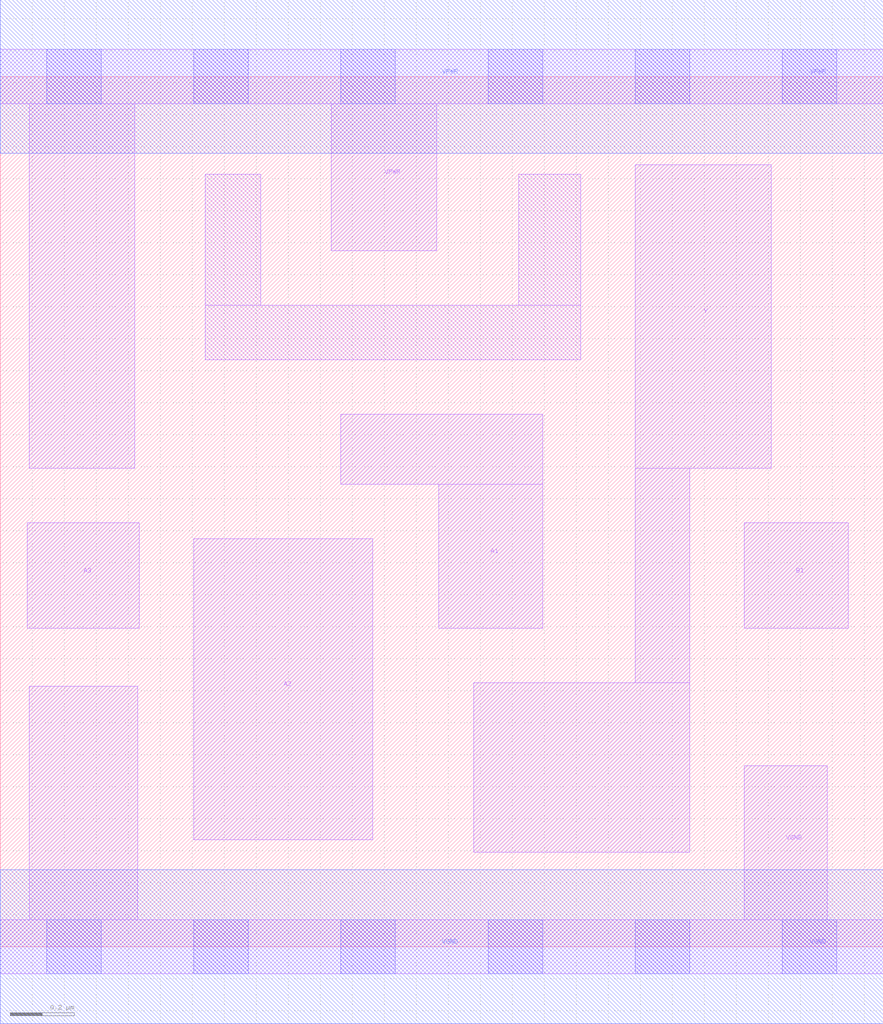
<source format=lef>
# Copyright 2020 The SkyWater PDK Authors
#
# Licensed under the Apache License, Version 2.0 (the "License");
# you may not use this file except in compliance with the License.
# You may obtain a copy of the License at
#
#     https://www.apache.org/licenses/LICENSE-2.0
#
# Unless required by applicable law or agreed to in writing, software
# distributed under the License is distributed on an "AS IS" BASIS,
# WITHOUT WARRANTIES OR CONDITIONS OF ANY KIND, either express or implied.
# See the License for the specific language governing permissions and
# limitations under the License.
#
# SPDX-License-Identifier: Apache-2.0

VERSION 5.7 ;
  NAMESCASESENSITIVE ON ;
  NOWIREEXTENSIONATPIN ON ;
  DIVIDERCHAR "/" ;
  BUSBITCHARS "[]" ;
UNITS
  DATABASE MICRONS 200 ;
END UNITS
PROPERTYDEFINITIONS
  MACRO maskLayoutSubType STRING ;
  MACRO prCellType STRING ;
  MACRO originalViewName STRING ;
END PROPERTYDEFINITIONS
MACRO sky130_fd_sc_hdll__a31oi_1
  CLASS CORE ;
  FOREIGN sky130_fd_sc_hdll__a31oi_1 ;
  ORIGIN  0.000000  0.000000 ;
  SIZE  2.760000 BY  2.720000 ;
  SYMMETRY X Y R90 ;
  SITE unithd ;
  PIN A1
    ANTENNAGATEAREA  0.277500 ;
    DIRECTION INPUT ;
    USE SIGNAL ;
    PORT
      LAYER li1 ;
        RECT 1.065000 1.445000 1.695000 1.665000 ;
        RECT 1.370000 0.995000 1.695000 1.445000 ;
    END
  END A1
  PIN A2
    ANTENNAGATEAREA  0.277500 ;
    DIRECTION INPUT ;
    USE SIGNAL ;
    PORT
      LAYER li1 ;
        RECT 0.605000 0.335000 1.165000 1.275000 ;
    END
  END A2
  PIN A3
    ANTENNAGATEAREA  0.277500 ;
    DIRECTION INPUT ;
    USE SIGNAL ;
    PORT
      LAYER li1 ;
        RECT 0.085000 0.995000 0.435000 1.325000 ;
    END
  END A3
  PIN B1
    ANTENNAGATEAREA  0.277500 ;
    DIRECTION INPUT ;
    USE SIGNAL ;
    PORT
      LAYER li1 ;
        RECT 2.325000 0.995000 2.650000 1.325000 ;
    END
  END B1
  PIN VGND
    ANTENNADIFFAREA  0.520000 ;
    DIRECTION INOUT ;
    USE SIGNAL ;
    PORT
      LAYER li1 ;
        RECT 0.000000 -0.085000 2.760000 0.085000 ;
        RECT 0.090000  0.085000 0.430000 0.815000 ;
        RECT 2.325000  0.085000 2.585000 0.565000 ;
      LAYER mcon ;
        RECT 0.145000 -0.085000 0.315000 0.085000 ;
        RECT 0.605000 -0.085000 0.775000 0.085000 ;
        RECT 1.065000 -0.085000 1.235000 0.085000 ;
        RECT 1.525000 -0.085000 1.695000 0.085000 ;
        RECT 1.985000 -0.085000 2.155000 0.085000 ;
        RECT 2.445000 -0.085000 2.615000 0.085000 ;
      LAYER met1 ;
        RECT 0.000000 -0.240000 2.760000 0.240000 ;
    END
  END VGND
  PIN VPWR
    ANTENNADIFFAREA  0.595000 ;
    DIRECTION INOUT ;
    USE SIGNAL ;
    PORT
      LAYER li1 ;
        RECT 0.000000 2.635000 2.760000 2.805000 ;
        RECT 0.090000 1.495000 0.420000 2.635000 ;
        RECT 1.035000 2.175000 1.365000 2.635000 ;
      LAYER mcon ;
        RECT 0.145000 2.635000 0.315000 2.805000 ;
        RECT 0.605000 2.635000 0.775000 2.805000 ;
        RECT 1.065000 2.635000 1.235000 2.805000 ;
        RECT 1.525000 2.635000 1.695000 2.805000 ;
        RECT 1.985000 2.635000 2.155000 2.805000 ;
        RECT 2.445000 2.635000 2.615000 2.805000 ;
      LAYER met1 ;
        RECT 0.000000 2.480000 2.760000 2.960000 ;
    END
  END VPWR
  PIN Y
    ANTENNADIFFAREA  0.523750 ;
    DIRECTION OUTPUT ;
    USE SIGNAL ;
    PORT
      LAYER li1 ;
        RECT 1.480000 0.295000 2.155000 0.825000 ;
        RECT 1.985000 0.825000 2.155000 1.495000 ;
        RECT 1.985000 1.495000 2.410000 2.445000 ;
    END
  END Y
  OBS
    LAYER li1 ;
      RECT 0.640000 1.835000 1.815000 2.005000 ;
      RECT 0.640000 2.005000 0.815000 2.415000 ;
      RECT 1.620000 2.005000 1.815000 2.415000 ;
  END
  PROPERTY maskLayoutSubType "abstract" ;
  PROPERTY prCellType "standard" ;
  PROPERTY originalViewName "layout" ;
END sky130_fd_sc_hdll__a31oi_1

</source>
